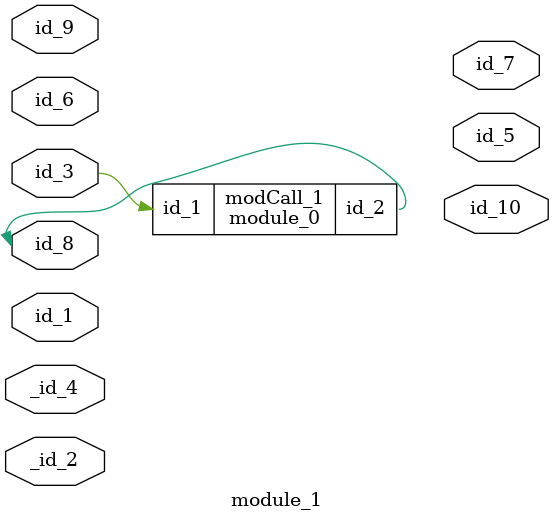
<source format=v>
module module_0 (
    id_1,
    id_2
);
  inout wire id_2;
  input wire id_1;
endmodule
module module_1 #(
    parameter id_2 = 32'd72,
    parameter id_4 = 32'd36
) (
    id_1,
    _id_2,
    id_3,
    _id_4,
    id_5,
    id_6,
    id_7,
    id_8,
    id_9,
    id_10
);
  output wire id_10;
  input wire id_9;
  module_0 modCall_1 (
      id_3,
      id_8
  );
  inout wire id_8;
  output wire id_7;
  inout wire id_6;
  output wire id_5;
  inout wire _id_4;
  input wire id_3;
  input wire _id_2;
  input wire id_1;
  wire [id_4 : id_2] id_11;
endmodule

</source>
